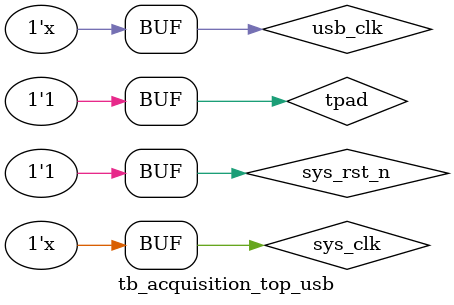
<source format=v>
`timescale 1ns / 1ps


module tb_acquisition_top_usb ();
  // parameter define
  parameter CLK_PERIOD = 20;
  parameter USB_CLK_PERIOD = 16;

  parameter SYS_CLK_FREQ = 50_000_000;  // system clock frequency
  parameter BAUD_RATE = 115_200;  // baud rate

  // reg define
  reg        sys_clk;
  reg        usb_clk;
  reg        sys_rst_n;

  reg  [7:0] ad_data;

  reg        tpad;


  // wire define
  wire       clk_50m;  // 50MHz clock
  wire       clk_25m;  // 25MHz clock
  wire       locked;  // pll lock signal
  wire       rst_n;  // reset signal, active low

  wire [7:0] mock_ad_data;

  // initial block
  initial begin
    sys_clk   = 1'b0;
    usb_clk   = 1'b0;
    sys_rst_n = 1'b0;
    tpad      = 1'b0;
    #16 sys_rst_n = 1'b1;
    #3200 tpad = 1'b1;
  end


  // main code

  assign rst_n = sys_rst_n & locked; // generate a new reset signal from system reset and pll lock signal

  assign mock_ad_data = ad_data - 8'd128;

  // clock gen
  always #(CLK_PERIOD / 2) sys_clk = ~sys_clk;  // 50MHz
  always #(USB_CLK_PERIOD / 2) usb_clk = ~usb_clk;  // 60MHz

  // ad simulation
  always @(posedge clk_25m or negedge rst_n) begin
    if (!rst_n) begin
      ad_data <= 8'd0;
    end else begin
      ad_data <= ad_data + 1'b1;
    end
  end

  // pll
  clk_wiz_0 clk_wiz_tb_au (
      .clk_50m (clk_50m),  // 50MHz clock
      .clk_25m (clk_25m),  // 25MHz clock
      .clk_200m(),         // 200MHz clock
      .locked  (locked),   // pll lock signal
      .clk_in1 (sys_clk)   // input clock
  );

  // acquisition_top_usb
  acquisition_top_usb acquisition_top_usb_tb0 (
      .clk_50m    (clk_50m),
      .clk_25m    (clk_25m),
      .usb_clk    (usb_clk),
      .sys_rst_n  (sys_rst_n),
      .ch1_ad_data(ad_data),
      .ch2_ad_data(mock_ad_data),
      .usb_tx_en  (),
      .usb_tx_data(),
      .usb_busy   (1'b0),
      .usb_rx_en  (),
      .usb_rx_data(),
      .tpad       (tpad)
  );

endmodule

</source>
